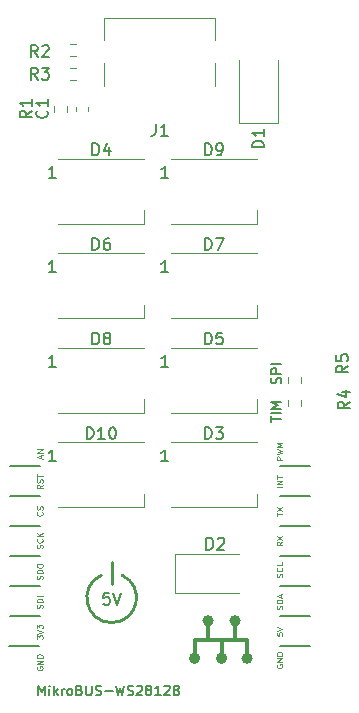
<source format=gbr>
G04 #@! TF.GenerationSoftware,KiCad,Pcbnew,(5.1.9-0-10_14)*
G04 #@! TF.CreationDate,2021-03-02T20:08:02+08:00*
G04 #@! TF.ProjectId,mikroBUS-L,6d696b72-6f42-4555-932d-4c2e6b696361,rev?*
G04 #@! TF.SameCoordinates,Original*
G04 #@! TF.FileFunction,Legend,Top*
G04 #@! TF.FilePolarity,Positive*
%FSLAX46Y46*%
G04 Gerber Fmt 4.6, Leading zero omitted, Abs format (unit mm)*
G04 Created by KiCad (PCBNEW (5.1.9-0-10_14)) date 2021-03-02 20:08:02*
%MOMM*%
%LPD*%
G01*
G04 APERTURE LIST*
%ADD10C,0.254000*%
%ADD11C,0.152400*%
%ADD12C,0.120000*%
%ADD13C,0.127000*%
%ADD14C,0.508000*%
%ADD15C,0.304800*%
%ADD16C,0.150000*%
%ADD17C,0.050000*%
G04 APERTURE END LIST*
D10*
X154303876Y-107568476D02*
G75*
G02*
X152527000Y-107569000I-887876J-1905524D01*
G01*
X153416000Y-108331000D02*
X153416000Y-106426000D01*
D11*
X153222476Y-109044619D02*
X152738666Y-109044619D01*
X152690285Y-109528428D01*
X152738666Y-109480047D01*
X152835428Y-109431666D01*
X153077333Y-109431666D01*
X153174095Y-109480047D01*
X153222476Y-109528428D01*
X153270857Y-109625190D01*
X153270857Y-109867095D01*
X153222476Y-109963857D01*
X153174095Y-110012238D01*
X153077333Y-110060619D01*
X152835428Y-110060619D01*
X152738666Y-110012238D01*
X152690285Y-109963857D01*
X153561142Y-109044619D02*
X153899809Y-110060619D01*
X154238476Y-109044619D01*
X166940895Y-94571457D02*
X166940895Y-94107000D01*
X167753695Y-94339228D02*
X166940895Y-94339228D01*
X167753695Y-93836066D02*
X166940895Y-93836066D01*
X167753695Y-93449019D02*
X166940895Y-93449019D01*
X167521466Y-93178085D01*
X166940895Y-92907152D01*
X167753695Y-92907152D01*
X167714990Y-91320257D02*
X167753695Y-91204142D01*
X167753695Y-91010619D01*
X167714990Y-90933209D01*
X167676285Y-90894504D01*
X167598876Y-90855800D01*
X167521466Y-90855800D01*
X167444057Y-90894504D01*
X167405352Y-90933209D01*
X167366647Y-91010619D01*
X167327942Y-91165438D01*
X167289238Y-91242847D01*
X167250533Y-91281552D01*
X167173123Y-91320257D01*
X167095714Y-91320257D01*
X167018304Y-91281552D01*
X166979600Y-91242847D01*
X166940895Y-91165438D01*
X166940895Y-90971914D01*
X166979600Y-90855800D01*
X167753695Y-90507457D02*
X166940895Y-90507457D01*
X166940895Y-90197819D01*
X166979600Y-90120409D01*
X167018304Y-90081704D01*
X167095714Y-90043000D01*
X167211828Y-90043000D01*
X167289238Y-90081704D01*
X167327942Y-90120409D01*
X167366647Y-90197819D01*
X167366647Y-90507457D01*
X167753695Y-89694657D02*
X166940895Y-89694657D01*
X147220819Y-117715695D02*
X147220819Y-116902895D01*
X147491752Y-117483466D01*
X147762685Y-116902895D01*
X147762685Y-117715695D01*
X148149733Y-117715695D02*
X148149733Y-117173828D01*
X148149733Y-116902895D02*
X148111028Y-116941600D01*
X148149733Y-116980304D01*
X148188438Y-116941600D01*
X148149733Y-116902895D01*
X148149733Y-116980304D01*
X148536780Y-117715695D02*
X148536780Y-116902895D01*
X148614190Y-117406057D02*
X148846419Y-117715695D01*
X148846419Y-117173828D02*
X148536780Y-117483466D01*
X149194761Y-117715695D02*
X149194761Y-117173828D01*
X149194761Y-117328647D02*
X149233466Y-117251238D01*
X149272171Y-117212533D01*
X149349580Y-117173828D01*
X149426990Y-117173828D01*
X149814038Y-117715695D02*
X149736628Y-117676990D01*
X149697923Y-117638285D01*
X149659219Y-117560876D01*
X149659219Y-117328647D01*
X149697923Y-117251238D01*
X149736628Y-117212533D01*
X149814038Y-117173828D01*
X149930152Y-117173828D01*
X150007561Y-117212533D01*
X150046266Y-117251238D01*
X150084971Y-117328647D01*
X150084971Y-117560876D01*
X150046266Y-117638285D01*
X150007561Y-117676990D01*
X149930152Y-117715695D01*
X149814038Y-117715695D01*
X150704247Y-117289942D02*
X150820361Y-117328647D01*
X150859066Y-117367352D01*
X150897771Y-117444761D01*
X150897771Y-117560876D01*
X150859066Y-117638285D01*
X150820361Y-117676990D01*
X150742952Y-117715695D01*
X150433314Y-117715695D01*
X150433314Y-116902895D01*
X150704247Y-116902895D01*
X150781657Y-116941600D01*
X150820361Y-116980304D01*
X150859066Y-117057714D01*
X150859066Y-117135123D01*
X150820361Y-117212533D01*
X150781657Y-117251238D01*
X150704247Y-117289942D01*
X150433314Y-117289942D01*
X151246114Y-116902895D02*
X151246114Y-117560876D01*
X151284819Y-117638285D01*
X151323523Y-117676990D01*
X151400933Y-117715695D01*
X151555752Y-117715695D01*
X151633161Y-117676990D01*
X151671866Y-117638285D01*
X151710571Y-117560876D01*
X151710571Y-116902895D01*
X152058914Y-117676990D02*
X152175028Y-117715695D01*
X152368552Y-117715695D01*
X152445961Y-117676990D01*
X152484666Y-117638285D01*
X152523371Y-117560876D01*
X152523371Y-117483466D01*
X152484666Y-117406057D01*
X152445961Y-117367352D01*
X152368552Y-117328647D01*
X152213733Y-117289942D01*
X152136323Y-117251238D01*
X152097619Y-117212533D01*
X152058914Y-117135123D01*
X152058914Y-117057714D01*
X152097619Y-116980304D01*
X152136323Y-116941600D01*
X152213733Y-116902895D01*
X152407257Y-116902895D01*
X152523371Y-116941600D01*
X152871714Y-117406057D02*
X153490990Y-117406057D01*
X153800628Y-116902895D02*
X153994152Y-117715695D01*
X154148971Y-117135123D01*
X154303790Y-117715695D01*
X154497314Y-116902895D01*
X154768247Y-117676990D02*
X154884361Y-117715695D01*
X155077885Y-117715695D01*
X155155295Y-117676990D01*
X155194000Y-117638285D01*
X155232704Y-117560876D01*
X155232704Y-117483466D01*
X155194000Y-117406057D01*
X155155295Y-117367352D01*
X155077885Y-117328647D01*
X154923066Y-117289942D01*
X154845657Y-117251238D01*
X154806952Y-117212533D01*
X154768247Y-117135123D01*
X154768247Y-117057714D01*
X154806952Y-116980304D01*
X154845657Y-116941600D01*
X154923066Y-116902895D01*
X155116590Y-116902895D01*
X155232704Y-116941600D01*
X155542342Y-116980304D02*
X155581047Y-116941600D01*
X155658457Y-116902895D01*
X155851980Y-116902895D01*
X155929390Y-116941600D01*
X155968095Y-116980304D01*
X156006800Y-117057714D01*
X156006800Y-117135123D01*
X155968095Y-117251238D01*
X155503638Y-117715695D01*
X156006800Y-117715695D01*
X156471257Y-117251238D02*
X156393847Y-117212533D01*
X156355142Y-117173828D01*
X156316438Y-117096419D01*
X156316438Y-117057714D01*
X156355142Y-116980304D01*
X156393847Y-116941600D01*
X156471257Y-116902895D01*
X156626076Y-116902895D01*
X156703485Y-116941600D01*
X156742190Y-116980304D01*
X156780895Y-117057714D01*
X156780895Y-117096419D01*
X156742190Y-117173828D01*
X156703485Y-117212533D01*
X156626076Y-117251238D01*
X156471257Y-117251238D01*
X156393847Y-117289942D01*
X156355142Y-117328647D01*
X156316438Y-117406057D01*
X156316438Y-117560876D01*
X156355142Y-117638285D01*
X156393847Y-117676990D01*
X156471257Y-117715695D01*
X156626076Y-117715695D01*
X156703485Y-117676990D01*
X156742190Y-117638285D01*
X156780895Y-117560876D01*
X156780895Y-117406057D01*
X156742190Y-117328647D01*
X156703485Y-117289942D01*
X156626076Y-117251238D01*
X157554990Y-117715695D02*
X157090533Y-117715695D01*
X157322761Y-117715695D02*
X157322761Y-116902895D01*
X157245352Y-117019009D01*
X157167942Y-117096419D01*
X157090533Y-117135123D01*
X157864628Y-116980304D02*
X157903333Y-116941600D01*
X157980742Y-116902895D01*
X158174266Y-116902895D01*
X158251676Y-116941600D01*
X158290380Y-116980304D01*
X158329085Y-117057714D01*
X158329085Y-117135123D01*
X158290380Y-117251238D01*
X157825923Y-117715695D01*
X158329085Y-117715695D01*
X158948361Y-117289942D02*
X159064476Y-117328647D01*
X159103180Y-117367352D01*
X159141885Y-117444761D01*
X159141885Y-117560876D01*
X159103180Y-117638285D01*
X159064476Y-117676990D01*
X158987066Y-117715695D01*
X158677428Y-117715695D01*
X158677428Y-116902895D01*
X158948361Y-116902895D01*
X159025771Y-116941600D01*
X159064476Y-116980304D01*
X159103180Y-117057714D01*
X159103180Y-117135123D01*
X159064476Y-117212533D01*
X159025771Y-117251238D01*
X158948361Y-117289942D01*
X158677428Y-117289942D01*
D12*
X168387500Y-90804276D02*
X168387500Y-91313724D01*
X169432500Y-90804276D02*
X169432500Y-91313724D01*
X169432500Y-93218724D02*
X169432500Y-92709276D01*
X168387500Y-93218724D02*
X168387500Y-92709276D01*
X158779000Y-105792000D02*
X158779000Y-109092000D01*
X158779000Y-109092000D02*
X164179000Y-109092000D01*
X158779000Y-105792000D02*
X164179000Y-105792000D01*
X150368724Y-64628500D02*
X149859276Y-64628500D01*
X150368724Y-65673500D02*
X149859276Y-65673500D01*
X150368724Y-62596500D02*
X149859276Y-62596500D01*
X150368724Y-63641500D02*
X149859276Y-63641500D01*
X164212000Y-69313000D02*
X167512000Y-69313000D01*
X167512000Y-69313000D02*
X167512000Y-63913000D01*
X164212000Y-69313000D02*
X164212000Y-63913000D01*
X148575500Y-67817276D02*
X148575500Y-68326724D01*
X149620500Y-67817276D02*
X149620500Y-68326724D01*
X162180000Y-60362000D02*
X152780000Y-60362000D01*
X152780000Y-66162000D02*
X152780000Y-64162000D01*
X152780000Y-62262000D02*
X152780000Y-60362000D01*
X162180000Y-66162000D02*
X162180000Y-64162000D01*
X162180000Y-62262000D02*
X162180000Y-60362000D01*
X156177000Y-101826001D02*
X156177000Y-100676001D01*
X148877000Y-101826001D02*
X156177000Y-101826001D01*
X148877000Y-96326001D02*
X156177000Y-96326001D01*
X165702000Y-77807000D02*
X165702000Y-76657000D01*
X158402000Y-77807000D02*
X165702000Y-77807000D01*
X158402000Y-72307000D02*
X165702000Y-72307000D01*
X156177000Y-93819666D02*
X156177000Y-92669666D01*
X148877000Y-93819666D02*
X156177000Y-93819666D01*
X148877000Y-88319666D02*
X156177000Y-88319666D01*
X165702000Y-85813333D02*
X165702000Y-84663333D01*
X158402000Y-85813333D02*
X165702000Y-85813333D01*
X158402000Y-80313333D02*
X165702000Y-80313333D01*
X156177000Y-85813333D02*
X156177000Y-84663333D01*
X148877000Y-85813333D02*
X156177000Y-85813333D01*
X148877000Y-80313333D02*
X156177000Y-80313333D01*
X165702000Y-93819666D02*
X165702000Y-92669666D01*
X158402000Y-93819666D02*
X165702000Y-93819666D01*
X158402000Y-88319666D02*
X165702000Y-88319666D01*
X156177000Y-77807000D02*
X156177000Y-76657000D01*
X148877000Y-77807000D02*
X156177000Y-77807000D01*
X148877000Y-72307000D02*
X156177000Y-72307000D01*
X165702000Y-101826001D02*
X165702000Y-100676001D01*
X158402000Y-101826001D02*
X165702000Y-101826001D01*
X158402000Y-96326001D02*
X165702000Y-96326001D01*
X150366000Y-67900733D02*
X150366000Y-68243267D01*
X151386000Y-67900733D02*
X151386000Y-68243267D01*
D13*
X167640000Y-98298000D02*
X170180000Y-98298000D01*
X144780000Y-98298000D02*
X147320000Y-98298000D01*
X144780000Y-100838000D02*
X147320000Y-100838000D01*
X144780000Y-103378000D02*
X147320000Y-103378000D01*
X144780000Y-105918000D02*
X147320000Y-105918000D01*
X144780000Y-108458000D02*
X147320000Y-108458000D01*
X144780000Y-110998000D02*
X147320000Y-110998000D01*
X144750000Y-113528000D02*
X147290000Y-113528000D01*
X167640000Y-100838000D02*
X170180000Y-100838000D01*
X167640000Y-103378000D02*
X170180000Y-103378000D01*
X167640000Y-105918000D02*
X170180000Y-105918000D01*
X167640000Y-108458000D02*
X170180000Y-108458000D01*
X167640000Y-110998000D02*
X170180000Y-110998000D01*
X167640000Y-113538000D02*
X170180000Y-113538000D01*
D14*
X161807600Y-111423200D02*
G75*
G03*
X161807600Y-111423200I-228600J0D01*
G01*
X160664600Y-114598200D02*
G75*
G03*
X160664600Y-114598200I-228600J0D01*
G01*
X162950600Y-114598200D02*
G75*
G03*
X162950600Y-114598200I-228600J0D01*
G01*
X165109600Y-114598200D02*
G75*
G03*
X165109600Y-114598200I-228600J0D01*
G01*
X164093600Y-111423200D02*
G75*
G03*
X164093600Y-111423200I-228600J0D01*
G01*
D15*
X161579000Y-113074200D02*
X161579000Y-111423200D01*
X163865000Y-113074200D02*
X163865000Y-111423200D01*
X160436000Y-113074200D02*
X160436000Y-114598200D01*
X162722000Y-113074200D02*
X162722000Y-114598200D01*
X164881000Y-113074200D02*
X164881000Y-114598200D01*
X161579000Y-113074200D02*
X160436000Y-113074200D01*
X162722000Y-113074200D02*
X161579000Y-113074200D01*
X163865000Y-113074200D02*
X162722000Y-113074200D01*
X164881000Y-113074200D02*
X163865000Y-113074200D01*
D16*
X173426380Y-89828666D02*
X172950190Y-90162000D01*
X173426380Y-90400095D02*
X172426380Y-90400095D01*
X172426380Y-90019142D01*
X172474000Y-89923904D01*
X172521619Y-89876285D01*
X172616857Y-89828666D01*
X172759714Y-89828666D01*
X172854952Y-89876285D01*
X172902571Y-89923904D01*
X172950190Y-90019142D01*
X172950190Y-90400095D01*
X172426380Y-88923904D02*
X172426380Y-89400095D01*
X172902571Y-89447714D01*
X172854952Y-89400095D01*
X172807333Y-89304857D01*
X172807333Y-89066761D01*
X172854952Y-88971523D01*
X172902571Y-88923904D01*
X172997809Y-88876285D01*
X173235904Y-88876285D01*
X173331142Y-88923904D01*
X173378761Y-88971523D01*
X173426380Y-89066761D01*
X173426380Y-89304857D01*
X173378761Y-89400095D01*
X173331142Y-89447714D01*
X173553380Y-92876666D02*
X173077190Y-93210000D01*
X173553380Y-93448095D02*
X172553380Y-93448095D01*
X172553380Y-93067142D01*
X172601000Y-92971904D01*
X172648619Y-92924285D01*
X172743857Y-92876666D01*
X172886714Y-92876666D01*
X172981952Y-92924285D01*
X173029571Y-92971904D01*
X173077190Y-93067142D01*
X173077190Y-93448095D01*
X172886714Y-92019523D02*
X173553380Y-92019523D01*
X172505761Y-92257619D02*
X173220047Y-92495714D01*
X173220047Y-91876666D01*
X161440904Y-105394380D02*
X161440904Y-104394380D01*
X161679000Y-104394380D01*
X161821857Y-104442000D01*
X161917095Y-104537238D01*
X161964714Y-104632476D01*
X162012333Y-104822952D01*
X162012333Y-104965809D01*
X161964714Y-105156285D01*
X161917095Y-105251523D01*
X161821857Y-105346761D01*
X161679000Y-105394380D01*
X161440904Y-105394380D01*
X162393285Y-104489619D02*
X162440904Y-104442000D01*
X162536142Y-104394380D01*
X162774238Y-104394380D01*
X162869476Y-104442000D01*
X162917095Y-104489619D01*
X162964714Y-104584857D01*
X162964714Y-104680095D01*
X162917095Y-104822952D01*
X162345666Y-105394380D01*
X162964714Y-105394380D01*
X147153333Y-65603380D02*
X146820000Y-65127190D01*
X146581904Y-65603380D02*
X146581904Y-64603380D01*
X146962857Y-64603380D01*
X147058095Y-64651000D01*
X147105714Y-64698619D01*
X147153333Y-64793857D01*
X147153333Y-64936714D01*
X147105714Y-65031952D01*
X147058095Y-65079571D01*
X146962857Y-65127190D01*
X146581904Y-65127190D01*
X147486666Y-64603380D02*
X148105714Y-64603380D01*
X147772380Y-64984333D01*
X147915238Y-64984333D01*
X148010476Y-65031952D01*
X148058095Y-65079571D01*
X148105714Y-65174809D01*
X148105714Y-65412904D01*
X148058095Y-65508142D01*
X148010476Y-65555761D01*
X147915238Y-65603380D01*
X147629523Y-65603380D01*
X147534285Y-65555761D01*
X147486666Y-65508142D01*
X147153333Y-63698380D02*
X146820000Y-63222190D01*
X146581904Y-63698380D02*
X146581904Y-62698380D01*
X146962857Y-62698380D01*
X147058095Y-62746000D01*
X147105714Y-62793619D01*
X147153333Y-62888857D01*
X147153333Y-63031714D01*
X147105714Y-63126952D01*
X147058095Y-63174571D01*
X146962857Y-63222190D01*
X146581904Y-63222190D01*
X147534285Y-62793619D02*
X147581904Y-62746000D01*
X147677142Y-62698380D01*
X147915238Y-62698380D01*
X148010476Y-62746000D01*
X148058095Y-62793619D01*
X148105714Y-62888857D01*
X148105714Y-62984095D01*
X148058095Y-63126952D01*
X147486666Y-63698380D01*
X148105714Y-63698380D01*
X166314380Y-71350095D02*
X165314380Y-71350095D01*
X165314380Y-71112000D01*
X165362000Y-70969142D01*
X165457238Y-70873904D01*
X165552476Y-70826285D01*
X165742952Y-70778666D01*
X165885809Y-70778666D01*
X166076285Y-70826285D01*
X166171523Y-70873904D01*
X166266761Y-70969142D01*
X166314380Y-71112000D01*
X166314380Y-71350095D01*
X166314380Y-69826285D02*
X166314380Y-70397714D01*
X166314380Y-70112000D02*
X165314380Y-70112000D01*
X165457238Y-70207238D01*
X165552476Y-70302476D01*
X165600095Y-70397714D01*
X146629380Y-68238666D02*
X146153190Y-68572000D01*
X146629380Y-68810095D02*
X145629380Y-68810095D01*
X145629380Y-68429142D01*
X145677000Y-68333904D01*
X145724619Y-68286285D01*
X145819857Y-68238666D01*
X145962714Y-68238666D01*
X146057952Y-68286285D01*
X146105571Y-68333904D01*
X146153190Y-68429142D01*
X146153190Y-68810095D01*
X146629380Y-67286285D02*
X146629380Y-67857714D01*
X146629380Y-67572000D02*
X145629380Y-67572000D01*
X145772238Y-67667238D01*
X145867476Y-67762476D01*
X145915095Y-67857714D01*
X157146666Y-69359380D02*
X157146666Y-70073666D01*
X157099047Y-70216523D01*
X157003809Y-70311761D01*
X156860952Y-70359380D01*
X156765714Y-70359380D01*
X158146666Y-70359380D02*
X157575238Y-70359380D01*
X157860952Y-70359380D02*
X157860952Y-69359380D01*
X157765714Y-69502238D01*
X157670476Y-69597476D01*
X157575238Y-69645095D01*
X151312714Y-96028381D02*
X151312714Y-95028381D01*
X151550809Y-95028381D01*
X151693666Y-95076001D01*
X151788904Y-95171239D01*
X151836523Y-95266477D01*
X151884142Y-95456953D01*
X151884142Y-95599810D01*
X151836523Y-95790286D01*
X151788904Y-95885524D01*
X151693666Y-95980762D01*
X151550809Y-96028381D01*
X151312714Y-96028381D01*
X152836523Y-96028381D02*
X152265095Y-96028381D01*
X152550809Y-96028381D02*
X152550809Y-95028381D01*
X152455571Y-95171239D01*
X152360333Y-95266477D01*
X152265095Y-95314096D01*
X153455571Y-95028381D02*
X153550809Y-95028381D01*
X153646047Y-95076001D01*
X153693666Y-95123620D01*
X153741285Y-95218858D01*
X153788904Y-95409334D01*
X153788904Y-95647429D01*
X153741285Y-95837905D01*
X153693666Y-95933143D01*
X153646047Y-95980762D01*
X153550809Y-96028381D01*
X153455571Y-96028381D01*
X153360333Y-95980762D01*
X153312714Y-95933143D01*
X153265095Y-95837905D01*
X153217476Y-95647429D01*
X153217476Y-95409334D01*
X153265095Y-95218858D01*
X153312714Y-95123620D01*
X153360333Y-95076001D01*
X153455571Y-95028381D01*
X148662714Y-97928381D02*
X148091285Y-97928381D01*
X148377000Y-97928381D02*
X148377000Y-96928381D01*
X148281761Y-97071239D01*
X148186523Y-97166477D01*
X148091285Y-97214096D01*
X161313904Y-72009380D02*
X161313904Y-71009380D01*
X161552000Y-71009380D01*
X161694857Y-71057000D01*
X161790095Y-71152238D01*
X161837714Y-71247476D01*
X161885333Y-71437952D01*
X161885333Y-71580809D01*
X161837714Y-71771285D01*
X161790095Y-71866523D01*
X161694857Y-71961761D01*
X161552000Y-72009380D01*
X161313904Y-72009380D01*
X162361523Y-72009380D02*
X162552000Y-72009380D01*
X162647238Y-71961761D01*
X162694857Y-71914142D01*
X162790095Y-71771285D01*
X162837714Y-71580809D01*
X162837714Y-71199857D01*
X162790095Y-71104619D01*
X162742476Y-71057000D01*
X162647238Y-71009380D01*
X162456761Y-71009380D01*
X162361523Y-71057000D01*
X162313904Y-71104619D01*
X162266285Y-71199857D01*
X162266285Y-71437952D01*
X162313904Y-71533190D01*
X162361523Y-71580809D01*
X162456761Y-71628428D01*
X162647238Y-71628428D01*
X162742476Y-71580809D01*
X162790095Y-71533190D01*
X162837714Y-71437952D01*
X158187714Y-73909380D02*
X157616285Y-73909380D01*
X157902000Y-73909380D02*
X157902000Y-72909380D01*
X157806761Y-73052238D01*
X157711523Y-73147476D01*
X157616285Y-73195095D01*
X151788904Y-88022046D02*
X151788904Y-87022046D01*
X152027000Y-87022046D01*
X152169857Y-87069666D01*
X152265095Y-87164904D01*
X152312714Y-87260142D01*
X152360333Y-87450618D01*
X152360333Y-87593475D01*
X152312714Y-87783951D01*
X152265095Y-87879189D01*
X152169857Y-87974427D01*
X152027000Y-88022046D01*
X151788904Y-88022046D01*
X152931761Y-87450618D02*
X152836523Y-87402999D01*
X152788904Y-87355380D01*
X152741285Y-87260142D01*
X152741285Y-87212523D01*
X152788904Y-87117285D01*
X152836523Y-87069666D01*
X152931761Y-87022046D01*
X153122238Y-87022046D01*
X153217476Y-87069666D01*
X153265095Y-87117285D01*
X153312714Y-87212523D01*
X153312714Y-87260142D01*
X153265095Y-87355380D01*
X153217476Y-87402999D01*
X153122238Y-87450618D01*
X152931761Y-87450618D01*
X152836523Y-87498237D01*
X152788904Y-87545856D01*
X152741285Y-87641094D01*
X152741285Y-87831570D01*
X152788904Y-87926808D01*
X152836523Y-87974427D01*
X152931761Y-88022046D01*
X153122238Y-88022046D01*
X153217476Y-87974427D01*
X153265095Y-87926808D01*
X153312714Y-87831570D01*
X153312714Y-87641094D01*
X153265095Y-87545856D01*
X153217476Y-87498237D01*
X153122238Y-87450618D01*
X148662714Y-89922046D02*
X148091285Y-89922046D01*
X148377000Y-89922046D02*
X148377000Y-88922046D01*
X148281761Y-89064904D01*
X148186523Y-89160142D01*
X148091285Y-89207761D01*
X161313904Y-80015713D02*
X161313904Y-79015713D01*
X161552000Y-79015713D01*
X161694857Y-79063333D01*
X161790095Y-79158571D01*
X161837714Y-79253809D01*
X161885333Y-79444285D01*
X161885333Y-79587142D01*
X161837714Y-79777618D01*
X161790095Y-79872856D01*
X161694857Y-79968094D01*
X161552000Y-80015713D01*
X161313904Y-80015713D01*
X162218666Y-79015713D02*
X162885333Y-79015713D01*
X162456761Y-80015713D01*
X158187714Y-81915713D02*
X157616285Y-81915713D01*
X157902000Y-81915713D02*
X157902000Y-80915713D01*
X157806761Y-81058571D01*
X157711523Y-81153809D01*
X157616285Y-81201428D01*
X151788904Y-80015713D02*
X151788904Y-79015713D01*
X152027000Y-79015713D01*
X152169857Y-79063333D01*
X152265095Y-79158571D01*
X152312714Y-79253809D01*
X152360333Y-79444285D01*
X152360333Y-79587142D01*
X152312714Y-79777618D01*
X152265095Y-79872856D01*
X152169857Y-79968094D01*
X152027000Y-80015713D01*
X151788904Y-80015713D01*
X153217476Y-79015713D02*
X153027000Y-79015713D01*
X152931761Y-79063333D01*
X152884142Y-79110952D01*
X152788904Y-79253809D01*
X152741285Y-79444285D01*
X152741285Y-79825237D01*
X152788904Y-79920475D01*
X152836523Y-79968094D01*
X152931761Y-80015713D01*
X153122238Y-80015713D01*
X153217476Y-79968094D01*
X153265095Y-79920475D01*
X153312714Y-79825237D01*
X153312714Y-79587142D01*
X153265095Y-79491904D01*
X153217476Y-79444285D01*
X153122238Y-79396666D01*
X152931761Y-79396666D01*
X152836523Y-79444285D01*
X152788904Y-79491904D01*
X152741285Y-79587142D01*
X148662714Y-81915713D02*
X148091285Y-81915713D01*
X148377000Y-81915713D02*
X148377000Y-80915713D01*
X148281761Y-81058571D01*
X148186523Y-81153809D01*
X148091285Y-81201428D01*
X161313904Y-88022046D02*
X161313904Y-87022046D01*
X161552000Y-87022046D01*
X161694857Y-87069666D01*
X161790095Y-87164904D01*
X161837714Y-87260142D01*
X161885333Y-87450618D01*
X161885333Y-87593475D01*
X161837714Y-87783951D01*
X161790095Y-87879189D01*
X161694857Y-87974427D01*
X161552000Y-88022046D01*
X161313904Y-88022046D01*
X162790095Y-87022046D02*
X162313904Y-87022046D01*
X162266285Y-87498237D01*
X162313904Y-87450618D01*
X162409142Y-87402999D01*
X162647238Y-87402999D01*
X162742476Y-87450618D01*
X162790095Y-87498237D01*
X162837714Y-87593475D01*
X162837714Y-87831570D01*
X162790095Y-87926808D01*
X162742476Y-87974427D01*
X162647238Y-88022046D01*
X162409142Y-88022046D01*
X162313904Y-87974427D01*
X162266285Y-87926808D01*
X158187714Y-89922046D02*
X157616285Y-89922046D01*
X157902000Y-89922046D02*
X157902000Y-88922046D01*
X157806761Y-89064904D01*
X157711523Y-89160142D01*
X157616285Y-89207761D01*
X151788904Y-72009380D02*
X151788904Y-71009380D01*
X152027000Y-71009380D01*
X152169857Y-71057000D01*
X152265095Y-71152238D01*
X152312714Y-71247476D01*
X152360333Y-71437952D01*
X152360333Y-71580809D01*
X152312714Y-71771285D01*
X152265095Y-71866523D01*
X152169857Y-71961761D01*
X152027000Y-72009380D01*
X151788904Y-72009380D01*
X153217476Y-71342714D02*
X153217476Y-72009380D01*
X152979380Y-70961761D02*
X152741285Y-71676047D01*
X153360333Y-71676047D01*
X148662714Y-73909380D02*
X148091285Y-73909380D01*
X148377000Y-73909380D02*
X148377000Y-72909380D01*
X148281761Y-73052238D01*
X148186523Y-73147476D01*
X148091285Y-73195095D01*
X161313904Y-96028381D02*
X161313904Y-95028381D01*
X161552000Y-95028381D01*
X161694857Y-95076001D01*
X161790095Y-95171239D01*
X161837714Y-95266477D01*
X161885333Y-95456953D01*
X161885333Y-95599810D01*
X161837714Y-95790286D01*
X161790095Y-95885524D01*
X161694857Y-95980762D01*
X161552000Y-96028381D01*
X161313904Y-96028381D01*
X162218666Y-95028381D02*
X162837714Y-95028381D01*
X162504380Y-95409334D01*
X162647238Y-95409334D01*
X162742476Y-95456953D01*
X162790095Y-95504572D01*
X162837714Y-95599810D01*
X162837714Y-95837905D01*
X162790095Y-95933143D01*
X162742476Y-95980762D01*
X162647238Y-96028381D01*
X162361523Y-96028381D01*
X162266285Y-95980762D01*
X162218666Y-95933143D01*
X158187714Y-97928381D02*
X157616285Y-97928381D01*
X157902000Y-97928381D02*
X157902000Y-96928381D01*
X157806761Y-97071239D01*
X157711523Y-97166477D01*
X157616285Y-97214096D01*
X147931142Y-68238666D02*
X147978761Y-68286285D01*
X148026380Y-68429142D01*
X148026380Y-68524380D01*
X147978761Y-68667238D01*
X147883523Y-68762476D01*
X147788285Y-68810095D01*
X147597809Y-68857714D01*
X147454952Y-68857714D01*
X147264476Y-68810095D01*
X147169238Y-68762476D01*
X147074000Y-68667238D01*
X147026380Y-68524380D01*
X147026380Y-68429142D01*
X147074000Y-68286285D01*
X147121619Y-68238666D01*
X148026380Y-67286285D02*
X148026380Y-67857714D01*
X148026380Y-67572000D02*
X147026380Y-67572000D01*
X147169238Y-67667238D01*
X147264476Y-67762476D01*
X147312095Y-67857714D01*
D17*
X147433333Y-97643952D02*
X147433333Y-97405857D01*
X147576190Y-97691571D02*
X147076190Y-97524904D01*
X147576190Y-97358238D01*
X147576190Y-97191571D02*
X147076190Y-97191571D01*
X147576190Y-96905857D01*
X147076190Y-96905857D01*
X147576190Y-99925448D02*
X147338095Y-100092115D01*
X147576190Y-100211162D02*
X147076190Y-100211162D01*
X147076190Y-100020686D01*
X147100000Y-99973067D01*
X147123809Y-99949258D01*
X147171428Y-99925448D01*
X147242857Y-99925448D01*
X147290476Y-99949258D01*
X147314285Y-99973067D01*
X147338095Y-100020686D01*
X147338095Y-100211162D01*
X147552380Y-99734972D02*
X147576190Y-99663543D01*
X147576190Y-99544496D01*
X147552380Y-99496877D01*
X147528571Y-99473067D01*
X147480952Y-99449258D01*
X147433333Y-99449258D01*
X147385714Y-99473067D01*
X147361904Y-99496877D01*
X147338095Y-99544496D01*
X147314285Y-99639734D01*
X147290476Y-99687353D01*
X147266666Y-99711162D01*
X147219047Y-99734972D01*
X147171428Y-99734972D01*
X147123809Y-99711162D01*
X147100000Y-99687353D01*
X147076190Y-99639734D01*
X147076190Y-99520686D01*
X147100000Y-99449258D01*
X147076190Y-99306400D02*
X147076190Y-99020686D01*
X147576190Y-99163543D02*
X147076190Y-99163543D01*
X147528571Y-102211333D02*
X147552380Y-102235142D01*
X147576190Y-102306571D01*
X147576190Y-102354190D01*
X147552380Y-102425619D01*
X147504761Y-102473238D01*
X147457142Y-102497047D01*
X147361904Y-102520857D01*
X147290476Y-102520857D01*
X147195238Y-102497047D01*
X147147619Y-102473238D01*
X147100000Y-102425619D01*
X147076190Y-102354190D01*
X147076190Y-102306571D01*
X147100000Y-102235142D01*
X147123809Y-102211333D01*
X147552380Y-102020857D02*
X147576190Y-101949428D01*
X147576190Y-101830380D01*
X147552380Y-101782761D01*
X147528571Y-101758952D01*
X147480952Y-101735142D01*
X147433333Y-101735142D01*
X147385714Y-101758952D01*
X147361904Y-101782761D01*
X147338095Y-101830380D01*
X147314285Y-101925619D01*
X147290476Y-101973238D01*
X147266666Y-101997047D01*
X147219047Y-102020857D01*
X147171428Y-102020857D01*
X147123809Y-101997047D01*
X147100000Y-101973238D01*
X147076190Y-101925619D01*
X147076190Y-101806571D01*
X147100000Y-101735142D01*
X147552380Y-105270857D02*
X147576190Y-105199428D01*
X147576190Y-105080380D01*
X147552380Y-105032761D01*
X147528571Y-105008952D01*
X147480952Y-104985142D01*
X147433333Y-104985142D01*
X147385714Y-105008952D01*
X147361904Y-105032761D01*
X147338095Y-105080380D01*
X147314285Y-105175619D01*
X147290476Y-105223238D01*
X147266666Y-105247047D01*
X147219047Y-105270857D01*
X147171428Y-105270857D01*
X147123809Y-105247047D01*
X147100000Y-105223238D01*
X147076190Y-105175619D01*
X147076190Y-105056571D01*
X147100000Y-104985142D01*
X147528571Y-104485142D02*
X147552380Y-104508952D01*
X147576190Y-104580380D01*
X147576190Y-104628000D01*
X147552380Y-104699428D01*
X147504761Y-104747047D01*
X147457142Y-104770857D01*
X147361904Y-104794666D01*
X147290476Y-104794666D01*
X147195238Y-104770857D01*
X147147619Y-104747047D01*
X147100000Y-104699428D01*
X147076190Y-104628000D01*
X147076190Y-104580380D01*
X147100000Y-104508952D01*
X147123809Y-104485142D01*
X147576190Y-104270857D02*
X147076190Y-104270857D01*
X147576190Y-103985142D02*
X147290476Y-104199428D01*
X147076190Y-103985142D02*
X147361904Y-104270857D01*
X147552380Y-107888982D02*
X147576190Y-107817554D01*
X147576190Y-107698506D01*
X147552380Y-107650887D01*
X147528571Y-107627078D01*
X147480952Y-107603268D01*
X147433333Y-107603268D01*
X147385714Y-107627078D01*
X147361904Y-107650887D01*
X147338095Y-107698506D01*
X147314285Y-107793744D01*
X147290476Y-107841363D01*
X147266666Y-107865173D01*
X147219047Y-107888982D01*
X147171428Y-107888982D01*
X147123809Y-107865173D01*
X147100000Y-107841363D01*
X147076190Y-107793744D01*
X147076190Y-107674697D01*
X147100000Y-107603268D01*
X147576190Y-107388982D02*
X147076190Y-107388982D01*
X147076190Y-107269935D01*
X147100000Y-107198506D01*
X147147619Y-107150887D01*
X147195238Y-107127078D01*
X147290476Y-107103268D01*
X147361904Y-107103268D01*
X147457142Y-107127078D01*
X147504761Y-107150887D01*
X147552380Y-107198506D01*
X147576190Y-107269935D01*
X147576190Y-107388982D01*
X147076190Y-106793744D02*
X147076190Y-106698506D01*
X147100000Y-106650887D01*
X147147619Y-106603268D01*
X147242857Y-106579459D01*
X147409523Y-106579459D01*
X147504761Y-106603268D01*
X147552380Y-106650887D01*
X147576190Y-106698506D01*
X147576190Y-106793744D01*
X147552380Y-106841363D01*
X147504761Y-106888982D01*
X147409523Y-106912792D01*
X147242857Y-106912792D01*
X147147619Y-106888982D01*
X147100000Y-106841363D01*
X147076190Y-106793744D01*
X147552380Y-110337145D02*
X147576190Y-110265717D01*
X147576190Y-110146669D01*
X147552380Y-110099050D01*
X147528571Y-110075241D01*
X147480952Y-110051431D01*
X147433333Y-110051431D01*
X147385714Y-110075241D01*
X147361904Y-110099050D01*
X147338095Y-110146669D01*
X147314285Y-110241907D01*
X147290476Y-110289526D01*
X147266666Y-110313336D01*
X147219047Y-110337145D01*
X147171428Y-110337145D01*
X147123809Y-110313336D01*
X147100000Y-110289526D01*
X147076190Y-110241907D01*
X147076190Y-110122860D01*
X147100000Y-110051431D01*
X147576190Y-109837145D02*
X147076190Y-109837145D01*
X147076190Y-109718098D01*
X147100000Y-109646669D01*
X147147619Y-109599050D01*
X147195238Y-109575241D01*
X147290476Y-109551431D01*
X147361904Y-109551431D01*
X147457142Y-109575241D01*
X147504761Y-109599050D01*
X147552380Y-109646669D01*
X147576190Y-109718098D01*
X147576190Y-109837145D01*
X147576190Y-109337145D02*
X147076190Y-109337145D01*
X147076190Y-112975784D02*
X147076190Y-112666260D01*
X147266666Y-112832927D01*
X147266666Y-112761498D01*
X147290476Y-112713879D01*
X147314285Y-112690070D01*
X147361904Y-112666260D01*
X147480952Y-112666260D01*
X147528571Y-112690070D01*
X147552380Y-112713879D01*
X147576190Y-112761498D01*
X147576190Y-112904356D01*
X147552380Y-112951975D01*
X147528571Y-112975784D01*
X147076190Y-112523403D02*
X147576190Y-112356737D01*
X147076190Y-112190070D01*
X147076190Y-112071022D02*
X147076190Y-111761498D01*
X147266666Y-111928165D01*
X147266666Y-111856737D01*
X147290476Y-111809117D01*
X147314285Y-111785308D01*
X147361904Y-111761498D01*
X147480952Y-111761498D01*
X147528571Y-111785308D01*
X147552380Y-111809117D01*
X147576190Y-111856737D01*
X147576190Y-111999594D01*
X147552380Y-112047213D01*
X147528571Y-112071022D01*
X147100000Y-115308952D02*
X147076190Y-115356571D01*
X147076190Y-115428000D01*
X147100000Y-115499428D01*
X147147619Y-115547047D01*
X147195238Y-115570857D01*
X147290476Y-115594666D01*
X147361904Y-115594666D01*
X147457142Y-115570857D01*
X147504761Y-115547047D01*
X147552380Y-115499428D01*
X147576190Y-115428000D01*
X147576190Y-115380380D01*
X147552380Y-115308952D01*
X147528571Y-115285142D01*
X147361904Y-115285142D01*
X147361904Y-115380380D01*
X147576190Y-115070857D02*
X147076190Y-115070857D01*
X147576190Y-114785142D01*
X147076190Y-114785142D01*
X147576190Y-114547047D02*
X147076190Y-114547047D01*
X147076190Y-114428000D01*
X147100000Y-114356571D01*
X147147619Y-114308952D01*
X147195238Y-114285142D01*
X147290476Y-114261333D01*
X147361904Y-114261333D01*
X147457142Y-114285142D01*
X147504761Y-114308952D01*
X147552380Y-114356571D01*
X147576190Y-114428000D01*
X147576190Y-114547047D01*
X167397534Y-115123952D02*
X167373724Y-115171571D01*
X167373724Y-115243000D01*
X167397534Y-115314428D01*
X167445153Y-115362047D01*
X167492772Y-115385857D01*
X167588010Y-115409666D01*
X167659438Y-115409666D01*
X167754676Y-115385857D01*
X167802295Y-115362047D01*
X167849914Y-115314428D01*
X167873724Y-115243000D01*
X167873724Y-115195380D01*
X167849914Y-115123952D01*
X167826105Y-115100142D01*
X167659438Y-115100142D01*
X167659438Y-115195380D01*
X167873724Y-114885857D02*
X167373724Y-114885857D01*
X167873724Y-114600142D01*
X167373724Y-114600142D01*
X167873724Y-114362047D02*
X167373724Y-114362047D01*
X167373724Y-114243000D01*
X167397534Y-114171571D01*
X167445153Y-114123952D01*
X167492772Y-114100142D01*
X167588010Y-114076333D01*
X167659438Y-114076333D01*
X167754676Y-114100142D01*
X167802295Y-114123952D01*
X167849914Y-114171571D01*
X167873724Y-114243000D01*
X167873724Y-114362047D01*
X167373724Y-112423238D02*
X167373724Y-112661333D01*
X167611819Y-112685142D01*
X167588010Y-112661333D01*
X167564200Y-112613714D01*
X167564200Y-112494666D01*
X167588010Y-112447047D01*
X167611819Y-112423238D01*
X167659438Y-112399428D01*
X167778486Y-112399428D01*
X167826105Y-112423238D01*
X167849914Y-112447047D01*
X167873724Y-112494666D01*
X167873724Y-112613714D01*
X167849914Y-112661333D01*
X167826105Y-112685142D01*
X167373724Y-112256571D02*
X167873724Y-112089904D01*
X167373724Y-111923238D01*
X167849914Y-110435142D02*
X167873724Y-110363714D01*
X167873724Y-110244666D01*
X167849914Y-110197047D01*
X167826105Y-110173238D01*
X167778486Y-110149428D01*
X167730867Y-110149428D01*
X167683248Y-110173238D01*
X167659438Y-110197047D01*
X167635629Y-110244666D01*
X167611819Y-110339904D01*
X167588010Y-110387523D01*
X167564200Y-110411333D01*
X167516581Y-110435142D01*
X167468962Y-110435142D01*
X167421343Y-110411333D01*
X167397534Y-110387523D01*
X167373724Y-110339904D01*
X167373724Y-110220857D01*
X167397534Y-110149428D01*
X167873724Y-109935142D02*
X167373724Y-109935142D01*
X167373724Y-109816095D01*
X167397534Y-109744666D01*
X167445153Y-109697047D01*
X167492772Y-109673238D01*
X167588010Y-109649428D01*
X167659438Y-109649428D01*
X167754676Y-109673238D01*
X167802295Y-109697047D01*
X167849914Y-109744666D01*
X167873724Y-109816095D01*
X167873724Y-109935142D01*
X167730867Y-109458952D02*
X167730867Y-109220857D01*
X167873724Y-109506571D02*
X167373724Y-109339904D01*
X167873724Y-109173238D01*
X167849914Y-107723238D02*
X167873724Y-107651809D01*
X167873724Y-107532761D01*
X167849914Y-107485142D01*
X167826105Y-107461333D01*
X167778486Y-107437523D01*
X167730867Y-107437523D01*
X167683248Y-107461333D01*
X167659438Y-107485142D01*
X167635629Y-107532761D01*
X167611819Y-107628000D01*
X167588010Y-107675619D01*
X167564200Y-107699428D01*
X167516581Y-107723238D01*
X167468962Y-107723238D01*
X167421343Y-107699428D01*
X167397534Y-107675619D01*
X167373724Y-107628000D01*
X167373724Y-107508952D01*
X167397534Y-107437523D01*
X167826105Y-106937523D02*
X167849914Y-106961333D01*
X167873724Y-107032761D01*
X167873724Y-107080380D01*
X167849914Y-107151809D01*
X167802295Y-107199428D01*
X167754676Y-107223238D01*
X167659438Y-107247047D01*
X167588010Y-107247047D01*
X167492772Y-107223238D01*
X167445153Y-107199428D01*
X167397534Y-107151809D01*
X167373724Y-107080380D01*
X167373724Y-107032761D01*
X167397534Y-106961333D01*
X167421343Y-106937523D01*
X167873724Y-106485142D02*
X167873724Y-106723238D01*
X167373724Y-106723238D01*
X167873724Y-104711333D02*
X167635629Y-104878000D01*
X167873724Y-104997047D02*
X167373724Y-104997047D01*
X167373724Y-104806571D01*
X167397534Y-104758952D01*
X167421343Y-104735142D01*
X167468962Y-104711333D01*
X167540391Y-104711333D01*
X167588010Y-104735142D01*
X167611819Y-104758952D01*
X167635629Y-104806571D01*
X167635629Y-104997047D01*
X167373724Y-104544666D02*
X167873724Y-104211333D01*
X167373724Y-104211333D02*
X167873724Y-104544666D01*
X167373724Y-102550379D02*
X167373724Y-102264665D01*
X167873724Y-102407522D02*
X167373724Y-102407522D01*
X167373724Y-102145617D02*
X167873724Y-101812284D01*
X167373724Y-101812284D02*
X167873724Y-102145617D01*
X167873724Y-100080380D02*
X167373724Y-100080380D01*
X167873724Y-99842285D02*
X167373724Y-99842285D01*
X167873724Y-99556571D01*
X167373724Y-99556571D01*
X167373724Y-99389904D02*
X167373724Y-99104190D01*
X167873724Y-99247047D02*
X167373724Y-99247047D01*
X167873724Y-97792380D02*
X167373724Y-97792380D01*
X167373724Y-97601904D01*
X167397534Y-97554285D01*
X167421343Y-97530476D01*
X167468962Y-97506666D01*
X167540391Y-97506666D01*
X167588010Y-97530476D01*
X167611819Y-97554285D01*
X167635629Y-97601904D01*
X167635629Y-97792380D01*
X167373724Y-97340000D02*
X167873724Y-97220952D01*
X167516581Y-97125714D01*
X167873724Y-97030476D01*
X167373724Y-96911428D01*
X167873724Y-96720952D02*
X167373724Y-96720952D01*
X167730867Y-96554285D01*
X167373724Y-96387619D01*
X167873724Y-96387619D01*
M02*

</source>
